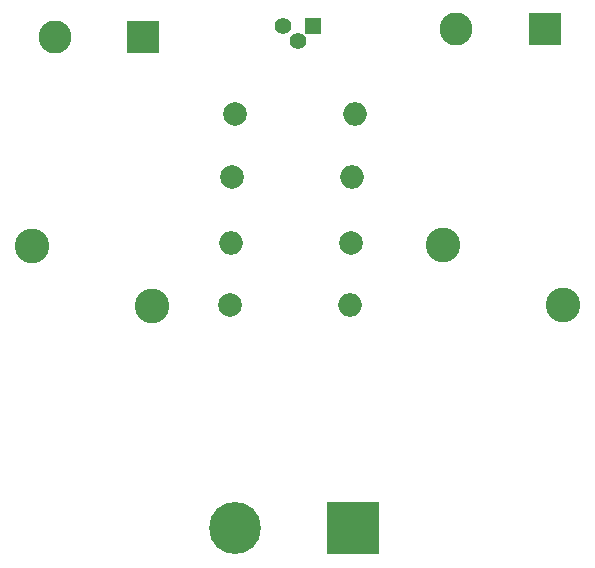
<source format=gbr>
G04 #@! TF.FileFunction,Soldermask,Bot*
%FSLAX46Y46*%
G04 Gerber Fmt 4.6, Leading zero omitted, Abs format (unit mm)*
G04 Created by KiCad (PCBNEW 4.0.5) date 05/24/17 22:27:59*
%MOMM*%
%LPD*%
G01*
G04 APERTURE LIST*
%ADD10C,0.100000*%
%ADD11R,2.800000X2.800000*%
%ADD12C,2.800000*%
%ADD13R,4.400000X4.400000*%
%ADD14C,4.400000*%
%ADD15C,2.940000*%
%ADD16C,1.400000*%
%ADD17R,1.400000X1.400000*%
%ADD18C,2.000000*%
%ADD19O,2.000000X2.000000*%
G04 APERTURE END LIST*
D10*
D11*
X136179560Y-83566000D03*
D12*
X128679560Y-83566000D03*
D11*
X170166680Y-82966560D03*
D12*
X162666680Y-82966560D03*
D13*
X153903680Y-125216920D03*
D14*
X143903680Y-125216920D03*
D15*
X136865360Y-106415840D03*
X126705360Y-101335840D03*
X171719240Y-106319320D03*
X161559240Y-101239320D03*
D16*
X149255480Y-83936840D03*
X147985480Y-82666840D03*
D17*
X150525480Y-82666840D03*
D18*
X143510000Y-106299000D03*
D19*
X153670000Y-106299000D03*
D18*
X143891000Y-90114120D03*
D19*
X154051000Y-90114120D03*
D18*
X153776680Y-101020880D03*
D19*
X143616680Y-101020880D03*
D18*
X143692880Y-95463360D03*
D19*
X153852880Y-95463360D03*
M02*

</source>
